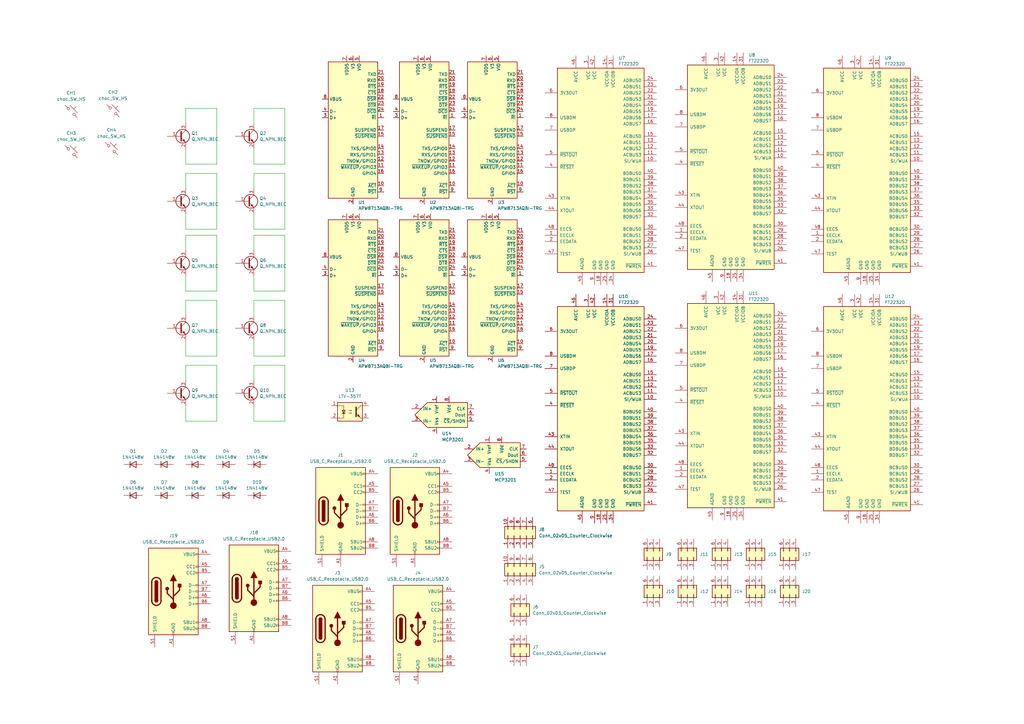
<source format=kicad_sch>
(kicad_sch (version 20230121) (generator eeschema)
  (paper "A3")
  (lib_symbols
    (symbol "Analog_ADC:MCP3201" (pin_names (offset 0.762))
      (property "Reference" "U" (at 3.81 8.89 0))
      (property "Value" "MCP3201" (at 3.81 6.35 0))
      (symbol "MCP3201_0_0"
        (polyline (pts (xy -11.43 0) (xy -6.35 5.08) (xy 10.16 5.08) (xy 10.16 -5.08) (xy -6.35 -5.08) (xy -11.43 0)) (stroke (width 0.254)) (fill (type background)))
      )
      (symbol "MCP3201_1_1"
        (pin power_in line (at -2.54 7.62 270) (length 2.54) (name "Vref") (number "1"))
        (pin input line (at -12.7 2.54 0) (length 3.81) (name "IN+") (number "2"))
        (pin input line (at -12.7 -2.54 0) (length 3.81) (name "IN-") (number "3"))
        (pin power_in line (at -2.54 -7.62 90) (length 2.54) (name "Vss") (number "4"))
        (pin input line (at 12.7 -2.54 180) (length 2.54) (name "~{CS}/SHDN") (number "5"))
        (pin output line (at 12.7 0 180) (length 2.54) (name "Dout") (number "6"))
        (pin input line (at 12.7 2.54 180) (length 2.54) (name "CLK") (number "7"))
        (pin power_in line (at 2.54 7.62 270) (length 2.54) (name "Vdd") (number "8"))
      )
    )
    (symbol "Connector:USB_C_Receptacle_USB2.0" (pin_names (offset 1.016))
      (property "Reference" "J" (at -10.16 19.05 0))
      (property "Value" "USB_C_Receptacle_USB2.0" (at 19.05 19.05 0))
      (symbol "USB_C_Receptacle_USB2.0_0_0"
        (rectangle (start -0.254 -17.78) (end 0.254 -16.764))
        (rectangle (start 10.16 -14.986) (end 9.144 -15.494))
        (rectangle (start 10.16 -12.446) (end 9.144 -12.954))
        (rectangle (start 10.16 -4.826) (end 9.144 -5.334))
        (rectangle (start 10.16 -2.286) (end 9.144 -2.794))
        (rectangle (start 10.16 0.254) (end 9.144 -0.254))
        (rectangle (start 10.16 2.794) (end 9.144 2.286))
        (rectangle (start 10.16 7.874) (end 9.144 7.366))
        (rectangle (start 10.16 10.414) (end 9.144 9.906))
        (rectangle (start 10.16 15.494) (end 9.144 14.986))
      )
      (symbol "USB_C_Receptacle_USB2.0_0_1"
        (rectangle (start -10.16 17.78) (end 10.16 -17.78) (stroke (width 0.254)) (fill (type background)))
        (arc (start -8.89 -3.81) (mid -6.985 -5.7067) (end -5.08 -3.81) (stroke (width 0.508)))
        (arc (start -7.62 -3.81) (mid -6.985 -4.4423) (end -6.35 -3.81) (stroke (width 0.254)))
        (arc (start -7.62 -3.81) (mid -6.985 -4.4423) (end -6.35 -3.81) (stroke (width 0.254)) (fill (type outline)))
        (rectangle (start -7.62 -3.81) (end -6.35 3.81) (stroke (width 0.254)) (fill (type outline)))
        (arc (start -6.35 3.81) (mid -6.985 4.4423) (end -7.62 3.81) (stroke (width 0.254)))
        (arc (start -6.35 3.81) (mid -6.985 4.4423) (end -7.62 3.81) (stroke (width 0.254)) (fill (type outline)))
        (arc (start -5.08 3.81) (mid -6.985 5.7067) (end -8.89 3.81) (stroke (width 0.508)))
        (circle (center -2.54 1.143) (radius 0.635) (stroke (width 0.254)) (fill (type outline)))
        (circle (center 0 -5.842) (radius 1.27) (fill (type outline)))
        (polyline (pts (xy -8.89 -3.81) (xy -8.89 3.81)) (stroke (width 0.508)))
        (polyline (pts (xy -5.08 3.81) (xy -5.08 -3.81)) (stroke (width 0.508)))
        (polyline (pts (xy 0 -5.842) (xy 0 4.318)) (stroke (width 0.508)))
        (polyline (pts (xy 0 -3.302) (xy -2.54 -0.762) (xy -2.54 0.508)) (stroke (width 0.508)))
        (polyline (pts (xy 0 -2.032) (xy 2.54 0.508) (xy 2.54 1.778)) (stroke (width 0.508)))
        (polyline (pts (xy -1.27 4.318) (xy 0 6.858) (xy 1.27 4.318) (xy -1.27 4.318)) (stroke (width 0.254)) (fill (type outline)))
        (rectangle (start 1.905 1.778) (end 3.175 3.048) (stroke (width 0.254)) (fill (type outline)))
      )
      (symbol "USB_C_Receptacle_USB2.0_1_1"
        (pin passive line (at 0 -22.86 90) (length 5.08) (name "GND") (number "A1"))
        (pin passive line (at 0 -22.86 90) (length 5.08) hide (name "GND") (number "A12"))
        (pin passive line (at 15.24 15.24 180) (length 5.08) (name "VBUS") (number "A4"))
        (pin bidirectional line (at 15.24 10.16 180) (length 5.08) (name "CC1") (number "A5"))
        (pin bidirectional line (at 15.24 -2.54 180) (length 5.08) (name "D+") (number "A6"))
        (pin bidirectional line (at 15.24 2.54 180) (length 5.08) (name "D-") (number "A7"))
        (pin bidirectional line (at 15.24 -12.7 180) (length 5.08) (name "SBU1") (number "A8"))
        (pin passive line (at 15.24 15.24 180) (length 5.08) hide (name "VBUS") (number "A9"))
        (pin passive line (at 0 -22.86 90) (length 5.08) hide (name "GND") (number "B1"))
        (pin passive line (at 0 -22.86 90) (length 5.08) hide (name "GND") (number "B12"))
        (pin passive line (at 15.24 15.24 180) (length 5.08) hide (name "VBUS") (number "B4"))
        (pin bidirectional line (at 15.24 7.62 180) (length 5.08) (name "CC2") (number "B5"))
        (pin bidirectional line (at 15.24 -5.08 180) (length 5.08) (name "D+") (number "B6"))
        (pin bidirectional line (at 15.24 0 180) (length 5.08) (name "D-") (number "B7"))
        (pin bidirectional line (at 15.24 -15.24 180) (length 5.08) (name "SBU2") (number "B8"))
        (pin passive line (at 15.24 15.24 180) (length 5.08) hide (name "VBUS") (number "B9"))
        (pin passive line (at -7.62 -22.86 90) (length 5.08) (name "SHIELD") (number "S1"))
      )
    )
    (symbol "Connector_Generic:Conn_02x03_Counter_Clockwise" (pin_names (offset 1.016) hide)
      (property "Reference" "J" (at 1.27 5.08 0))
      (property "Value" "Conn_02x03_Counter_Clockwise" (at 1.27 -5.08 0))
      (symbol "Conn_02x03_Counter_Clockwise_1_1"
        (rectangle (start -1.27 -2.413) (end 0 -2.667) (stroke (width 0.1524)))
        (rectangle (start -1.27 0.127) (end 0 -0.127) (stroke (width 0.1524)))
        (rectangle (start -1.27 2.667) (end 0 2.413) (stroke (width 0.1524)))
        (rectangle (start -1.27 3.81) (end 3.81 -3.81) (stroke (width 0.254)) (fill (type background)))
        (rectangle (start 3.81 -2.413) (end 2.54 -2.667) (stroke (width 0.1524)))
        (rectangle (start 3.81 0.127) (end 2.54 -0.127) (stroke (width 0.1524)))
        (rectangle (start 3.81 2.667) (end 2.54 2.413) (stroke (width 0.1524)))
        (pin passive line (at -5.08 2.54 0) (length 3.81) (name "Pin_1") (number "1"))
        (pin passive line (at -5.08 0 0) (length 3.81) (name "Pin_2") (number "2"))
        (pin passive line (at -5.08 -2.54 0) (length 3.81) (name "Pin_3") (number "3"))
        (pin passive line (at 7.62 -2.54 180) (length 3.81) (name "Pin_4") (number "4"))
        (pin passive line (at 7.62 0 180) (length 3.81) (name "Pin_5") (number "5"))
        (pin passive line (at 7.62 2.54 180) (length 3.81) (name "Pin_6") (number "6"))
      )
    )
    (symbol "Connector_Generic:Conn_02x05_Counter_Clockwise" (pin_names (offset 1.016) hide)
      (property "Reference" "J" (at 1.27 7.62 0))
      (property "Value" "Conn_02x05_Counter_Clockwise" (at 1.27 -7.62 0))
      (symbol "Conn_02x05_Counter_Clockwise_1_1"
        (rectangle (start -1.27 -4.953) (end 0 -5.207) (stroke (width 0.1524)))
        (rectangle (start -1.27 -2.413) (end 0 -2.667) (stroke (width 0.1524)))
        (rectangle (start -1.27 0.127) (end 0 -0.127) (stroke (width 0.1524)))
        (rectangle (start -1.27 2.667) (end 0 2.413) (stroke (width 0.1524)))
        (rectangle (start -1.27 5.207) (end 0 4.953) (stroke (width 0.1524)))
        (rectangle (start -1.27 6.35) (end 3.81 -6.35) (stroke (width 0.254)) (fill (type background)))
        (rectangle (start 3.81 -4.953) (end 2.54 -5.207) (stroke (width 0.1524)))
        (rectangle (start 3.81 -2.413) (end 2.54 -2.667) (stroke (width 0.1524)))
        (rectangle (start 3.81 0.127) (end 2.54 -0.127) (stroke (width 0.1524)))
        (rectangle (start 3.81 2.667) (end 2.54 2.413) (stroke (width 0.1524)))
        (rectangle (start 3.81 5.207) (end 2.54 4.953) (stroke (width 0.1524)))
        (pin passive line (at -5.08 5.08 0) (length 3.81) (name "Pin_1") (number "1"))
        (pin passive line (at 7.62 5.08 180) (length 3.81) (name "Pin_10") (number "10"))
        (pin passive line (at -5.08 2.54 0) (length 3.81) (name "Pin_2") (number "2"))
        (pin passive line (at -5.08 0 0) (length 3.81) (name "Pin_3") (number "3"))
        (pin passive line (at -5.08 -2.54 0) (length 3.81) (name "Pin_4") (number "4"))
        (pin passive line (at -5.08 -5.08 0) (length 3.81) (name "Pin_5") (number "5"))
        (pin passive line (at 7.62 -5.08 180) (length 3.81) (name "Pin_6") (number "6"))
        (pin passive line (at 7.62 -2.54 180) (length 3.81) (name "Pin_7") (number "7"))
        (pin passive line (at 7.62 0 180) (length 3.81) (name "Pin_8") (number "8"))
        (pin passive line (at 7.62 2.54 180) (length 3.81) (name "Pin_9") (number "9"))
      )
    )
    (symbol "Device:Q_NPN_BEC" (pin_names (offset 0) hide)
      (property "Reference" "Q" (at 5.08 1.27 0))
      (property "Value" "Q_NPN_BEC" (at 5.08 -1.27 0))
      (symbol "Q_NPN_BEC_0_1"
        (polyline (pts (xy 0.635 0.635) (xy 2.54 2.54)))
        (polyline (pts (xy 0.635 -0.635) (xy 2.54 -2.54) (xy 2.54 -2.54)))
        (polyline (pts (xy 0.635 1.905) (xy 0.635 -1.905) (xy 0.635 -1.905)) (stroke (width 0.508)))
        (polyline (pts (xy 1.27 -1.778) (xy 1.778 -1.27) (xy 2.286 -2.286) (xy 1.27 -1.778) (xy 1.27 -1.778)) (fill (type outline)))
        (circle (center 1.27 0) (radius 2.8194) (stroke (width 0.254)))
      )
      (symbol "Q_NPN_BEC_1_1"
        (pin input line (at -5.08 0 0) (length 5.715) (name "B") (number "1"))
        (pin passive line (at 2.54 -5.08 90) (length 2.54) (name "E") (number "2"))
        (pin passive line (at 2.54 5.08 270) (length 2.54) (name "C") (number "3"))
      )
    )
    (symbol "Diode:1N4148W" (pin_numbers hide) (pin_names hide)
      (property "Reference" "D" (at 0 2.54 0))
      (property "Value" "1N4148W" (at 0 -2.54 0))
      (symbol "1N4148W_0_1"
        (polyline (pts (xy -1.27 1.27) (xy -1.27 -1.27)) (stroke (width 0.254)))
        (polyline (pts (xy 1.27 0) (xy -1.27 0)))
        (polyline (pts (xy 1.27 1.27) (xy 1.27 -1.27) (xy -1.27 0) (xy 1.27 1.27)) (stroke (width 0.254)))
      )
      (symbol "1N4148W_1_1"
        (pin passive line (at -3.81 0 0) (length 2.54) (name "K") (number "1"))
        (pin passive line (at 3.81 0 180) (length 2.54) (name "A") (number "2"))
      )
    )
    (symbol "Interface_USB:CH9102F"
      (property "Reference" "U" (at -8.89 29.21 0))
      (property "Value" "CH9102F" (at 12.7 29.21 0))
      (symbol "CH9102F_1_1"
        (rectangle (start -10.16 27.94) (end 10.16 -27.94) (stroke (width 0.254)) (fill (type background)))
        (pin input line (at 12.7 5.08 180) (length 2.54) (name "~{RI}") (number "1"))
        (pin output line (at 12.7 -22.86 180) (length 2.54) (name "~{ACT}") (number "10"))
        (pin bidirectional line (at 12.7 -15.24 180) (length 2.54) (name "~{WAKEUP}/GPIO3") (number "11"))
        (pin bidirectional line (at 12.7 -12.7 180) (length 2.54) (name "TNOW/GPIO2") (number "12"))
        (pin bidirectional line (at 12.7 -10.16 180) (length 2.54) (name "RXS/GPIO1") (number "13"))
        (pin bidirectional line (at 12.7 -7.62 180) (length 2.54) (name "TXS/GPIO0") (number "14"))
        (pin output line (at 12.7 -2.54 180) (length 2.54) (name "~{SUSPEND}") (number "15"))
        (pin bidirectional line (at 12.7 -17.78 180) (length 2.54) (name "GPIO4") (number "16"))
        (pin output line (at 12.7 0 180) (length 2.54) (name "SUSPEND") (number "17"))
        (pin input line (at 12.7 15.24 180) (length 2.54) (name "~{CTS}") (number "18"))
        (pin output line (at 12.7 17.78 180) (length 2.54) (name "~{RTS}") (number "19"))
        (pin power_in line (at 0 -30.48 90) (length 2.54) (name "GND") (number "2"))
        (pin input line (at 12.7 20.32 180) (length 2.54) (name "RXD") (number "20"))
        (pin output line (at 12.7 22.86 180) (length 2.54) (name "TXD") (number "21"))
        (pin input line (at 12.7 12.7 180) (length 2.54) (name "~{DSR}") (number "22"))
        (pin output line (at 12.7 10.16 180) (length 2.54) (name "~{DTR}") (number "23"))
        (pin input line (at 12.7 7.62 180) (length 2.54) (name "~{DCD}") (number "24"))
        (pin passive line (at 0 -30.48 90) (length 2.54) hide (name "GND") (number "25"))
        (pin bidirectional line (at -12.7 5.08 0) (length 2.54) (name "D+") (number "3"))
        (pin bidirectional line (at -12.7 7.62 0) (length 2.54) (name "D-") (number "4"))
        (pin power_in line (at 2.54 30.48 270) (length 2.54) (name "VIO") (number "5"))
        (pin power_out line (at 0 30.48 270) (length 2.54) (name "V3") (number "6"))
        (pin power_in line (at -2.54 30.48 270) (length 2.54) (name "VDD5") (number "7"))
        (pin input line (at -12.7 12.7 0) (length 2.54) (name "VBUS") (number "8"))
        (pin input line (at 12.7 -25.4 180) (length 2.54) (name "~{RST}") (number "9"))
      )
    )
    (symbol "Interface_USB:FT2232D" (pin_names (offset 1.016))
      (property "Reference" "U" (at -16.51 44.45 0))
      (property "Value" "FT2232D" (at 13.97 44.45 0))
      (symbol "FT2232D_0_1"
        (rectangle (start -17.78 -40.64) (end 17.78 43.18) (stroke (width 0.254)) (fill (type background)))
      )
      (symbol "FT2232D_1_1"
        (pin output line (at -22.86 -25.4 0) (length 5.08) (name "EECLK") (number "1"))
        (pin bidirectional line (at 22.86 5.08 180) (length 5.08) (name "SI/WUA") (number "10"))
        (pin bidirectional line (at 22.86 7.62 180) (length 5.08) (name "ACBUS3") (number "11"))
        (pin bidirectional line (at 22.86 10.16 180) (length 5.08) (name "ACBUS2") (number "12"))
        (pin bidirectional line (at 22.86 12.7 180) (length 5.08) (name "ACBUS1") (number "13"))
        (pin power_in line (at 2.54 48.26 270) (length 5.08) (name "VCCIOA") (number "14"))
        (pin bidirectional line (at 22.86 15.24 180) (length 5.08) (name "ACBUS0") (number "15"))
        (pin bidirectional line (at 22.86 20.32 180) (length 5.08) (name "ADBUS7") (number "16"))
        (pin bidirectional line (at 22.86 22.86 180) (length 5.08) (name "ADBUS6") (number "17"))
        (pin power_in line (at 0 -45.72 90) (length 5.08) (name "GND") (number "18"))
        (pin bidirectional line (at 22.86 25.4 180) (length 5.08) (name "ADBUS5") (number "19"))
        (pin bidirectional line (at -22.86 -27.94 0) (length 5.08) (name "EEDATA") (number "2"))
        (pin bidirectional line (at 22.86 27.94 180) (length 5.08) (name "ADBUS4") (number "20"))
        (pin bidirectional line (at 22.86 30.48 180) (length 5.08) (name "ADBUS3") (number "21"))
        (pin bidirectional line (at 22.86 33.02 180) (length 5.08) (name "ADBUS2") (number "22"))
        (pin bidirectional line (at 22.86 35.56 180) (length 5.08) (name "ADBUS1") (number "23"))
        (pin bidirectional line (at 22.86 38.1 180) (length 5.08) (name "ADBUS0") (number "24"))
        (pin power_in line (at 2.54 -45.72 90) (length 5.08) (name "GND") (number "25"))
        (pin output line (at 22.86 -33.02 180) (length 5.08) (name "SI/WUB") (number "26"))
        (pin output line (at 22.86 -30.48 180) (length 5.08) (name "BCBUS3") (number "27"))
        (pin output line (at 22.86 -27.94 180) (length 5.08) (name "BCBUS2") (number "28"))
        (pin output line (at 22.86 -25.4 180) (length 5.08) (name "BCBUS1") (number "29"))
        (pin power_in line (at -5.08 48.26 270) (length 5.08) (name "VCC") (number "3"))
        (pin output line (at 22.86 -22.86 180) (length 5.08) (name "BCBUS0") (number "30"))
        (pin power_in line (at 5.08 48.26 270) (length 5.08) (name "VCCIOB") (number "31"))
        (pin output line (at 22.86 -17.78 180) (length 5.08) (name "BDBUS7") (number "32"))
        (pin output line (at 22.86 -15.24 180) (length 5.08) (name "BDBUS6") (number "33"))
        (pin power_in line (at 5.08 -45.72 90) (length 5.08) (name "GND") (number "34"))
        (pin output line (at 22.86 -12.7 180) (length 5.08) (name "BDBUS5") (number "35"))
        (pin output line (at 22.86 -10.16 180) (length 5.08) (name "BDBUS4") (number "36"))
        (pin output line (at 22.86 -7.62 180) (length 5.08) (name "BDBUS3") (number "37"))
        (pin output line (at 22.86 -5.08 180) (length 5.08) (name "BDBUS2") (number "38"))
        (pin output line (at 22.86 -2.54 180) (length 5.08) (name "BDBUS1") (number "39"))
        (pin input line (at -22.86 2.54 0) (length 5.08) (name "~{RESET}") (number "4"))
        (pin output line (at 22.86 0 180) (length 5.08) (name "BDBUS0") (number "40"))
        (pin output line (at 22.86 -38.1 180) (length 5.08) (name "~{PWREN}") (number "41"))
        (pin power_in line (at -2.54 48.26 270) (length 5.08) (name "VCC") (number "42"))
        (pin input line (at -22.86 -10.16 0) (length 5.08) (name "XTIN") (number "43"))
        (pin output line (at -22.86 -15.24 0) (length 5.08) (name "XTOUT") (number "44"))
        (pin power_in line (at -7.62 -45.72 90) (length 5.08) (name "AGND") (number "45"))
        (pin power_in line (at -10.16 48.26 270) (length 5.08) (name "AVCC") (number "46"))
        (pin input line (at -22.86 -33.02 0) (length 5.08) (name "TEST") (number "47"))
        (pin bidirectional line (at -22.86 -22.86 0) (length 5.08) (name "EECS") (number "48"))
        (pin output line (at -22.86 7.62 0) (length 5.08) (name "~{RSTOUT}") (number "5"))
        (pin power_out line (at -22.86 33.02 0) (length 5.08) (name "3V3OUT") (number "6"))
        (pin bidirectional line (at -22.86 17.78 0) (length 5.08) (name "USBDP") (number "7"))
        (pin bidirectional line (at -22.86 22.86 0) (length 5.08) (name "USBDM") (number "8"))
        (pin power_in line (at -2.54 -45.72 90) (length 5.08) (name "GND") (number "9"))
      )
    )
    (symbol "Isolator:LTV-357T" (pin_names (offset 1.016))
      (property "Reference" "U" (at -5.334 4.826 0))
      (property "Value" "LTV-357T" (at 0 5.08 0))
      (symbol "LTV-357T_0_1"
        (rectangle (start -5.08 3.81) (end 5.08 -3.81) (stroke (width 0.254)) (fill (type background)))
        (polyline (pts (xy -3.175 -0.635) (xy -1.905 -0.635)) (stroke (width 0.254)))
        (polyline (pts (xy 2.54 0.635) (xy 4.445 2.54)))
        (polyline (pts (xy 4.445 -2.54) (xy 2.54 -0.635)) (fill (type outline)))
        (polyline (pts (xy 4.445 -2.54) (xy 5.08 -2.54)))
        (polyline (pts (xy 4.445 2.54) (xy 5.08 2.54)))
        (polyline (pts (xy -5.08 2.54) (xy -2.54 2.54) (xy -2.54 -0.762)))
        (polyline (pts (xy -2.54 -0.635) (xy -2.54 -2.54) (xy -5.08 -2.54)))
        (polyline (pts (xy 2.54 1.905) (xy 2.54 -1.905) (xy 2.54 -1.905)) (stroke (width 0.508)))
        (polyline (pts (xy -2.54 -0.635) (xy -3.175 0.635) (xy -1.905 0.635) (xy -2.54 -0.635)) (stroke (width 0.254)))
        (polyline (pts (xy -0.508 -0.508) (xy 0.762 -0.508) (xy 0.381 -0.635) (xy 0.381 -0.381) (xy 0.762 -0.508)))
        (polyline (pts (xy -0.508 0.508) (xy 0.762 0.508) (xy 0.381 0.381) (xy 0.381 0.635) (xy 0.762 0.508)))
        (polyline (pts (xy 3.048 -1.651) (xy 3.556 -1.143) (xy 4.064 -2.159) (xy 3.048 -1.651) (xy 3.048 -1.651)) (fill (type outline)))
      )
      (symbol "LTV-357T_1_1"
        (pin passive line (at -7.62 2.54 0) (length 2.54) (name "~") (number "1"))
        (pin passive line (at -7.62 -2.54 0) (length 2.54) (name "~") (number "2"))
        (pin passive line (at 7.62 -2.54 180) (length 2.54) (name "~") (number "3"))
        (pin passive line (at 7.62 2.54 180) (length 2.54) (name "~") (number "4"))
      )
    )
    (symbol "lib:choc_SW_HS" (pin_numbers hide) (pin_names (offset 1.016) hide)
      (property "Reference" "CH" (at 3.048 1.016 0))
      (property "Value" "choc_SW_HS" (at 0 -3.81 0))
      (symbol "choc_SW_HS_0_1"
        (circle (center -1.1684 1.1684) (radius 0.508))
        (polyline (pts (xy -0.508 2.54) (xy 2.54 -0.508)))
        (polyline (pts (xy 1.016 1.016) (xy 2.032 2.032)))
        (polyline (pts (xy -2.54 2.54) (xy -1.524 1.524) (xy -1.524 1.524)))
        (polyline (pts (xy 1.524 -1.524) (xy 2.54 -2.54) (xy 2.54 -2.54) (xy 2.54 -2.54)))
        (circle (center 1.143 -1.1938) (radius 0.508))
        (pin passive line (at -2.54 2.54 0) (length 0) (name "1") (number "1"))
        (pin passive line (at 2.54 -2.54 180) (length 0) (name "2") (number "2"))
      )
    )
  )
  (wire (pts (xy 104.14 156.21) (xy 104.14 149.86)))
  (wire (pts (xy 88.9 71.12) (xy 88.9 93.98)))
  (wire (pts (xy 88.9 93.98) (xy 76.2 93.98)))
  (wire (pts (xy 76.2 71.12) (xy 88.9 71.12)))
  (wire (pts (xy 116.84 44.45) (xy 116.84 67.31)))
  (wire (pts (xy 116.84 71.12) (xy 116.84 93.98)))
  (wire (pts (xy 76.2 123.19) (xy 88.9 123.19)))
  (wire (pts (xy 88.9 146.05) (xy 76.2 146.05)))
  (wire (pts (xy 116.84 119.38) (xy 104.14 119.38)))
  (wire (pts (xy 116.84 123.19) (xy 116.84 146.05)))
  (wire (pts (xy 104.14 44.45) (xy 116.84 44.45)))
  (wire (pts (xy 76.2 50.8) (xy 76.2 44.45)))
  (wire (pts (xy 104.14 172.72) (xy 104.14 166.37)))
  (wire (pts (xy 104.14 102.87) (xy 104.14 96.52)))
  (wire (pts (xy 88.9 123.19) (xy 88.9 146.05)))
  (wire (pts (xy 88.9 172.72) (xy 76.2 172.72)))
  (wire (pts (xy 104.14 129.54) (xy 104.14 123.19)))
  (wire (pts (xy 116.84 67.31) (xy 104.14 67.31)))
  (wire (pts (xy 104.14 123.19) (xy 116.84 123.19)))
  (wire (pts (xy 76.2 44.45) (xy 88.9 44.45)))
  (wire (pts (xy 76.2 146.05) (xy 76.2 139.7)))
  (wire (pts (xy 104.14 96.52) (xy 116.84 96.52)))
  (wire (pts (xy 76.2 96.52) (xy 88.9 96.52)))
  (wire (pts (xy 116.84 149.86) (xy 116.84 172.72)))
  (wire (pts (xy 76.2 102.87) (xy 76.2 96.52)))
  (wire (pts (xy 104.14 119.38) (xy 104.14 113.03)))
  (wire (pts (xy 88.9 149.86) (xy 88.9 172.72)))
  (wire (pts (xy 116.84 172.72) (xy 104.14 172.72)))
  (wire (pts (xy 76.2 67.31) (xy 76.2 60.96)))
  (wire (pts (xy 104.14 146.05) (xy 104.14 139.7)))
  (wire (pts (xy 88.9 44.45) (xy 88.9 67.31)))
  (wire (pts (xy 76.2 156.21) (xy 76.2 149.86)))
  (wire (pts (xy 88.9 96.52) (xy 88.9 119.38)))
  (wire (pts (xy 88.9 67.31) (xy 76.2 67.31)))
  (wire (pts (xy 76.2 172.72) (xy 76.2 166.37)))
  (wire (pts (xy 76.2 93.98) (xy 76.2 87.63)))
  (wire (pts (xy 76.2 149.86) (xy 88.9 149.86)))
  (wire (pts (xy 104.14 77.47) (xy 104.14 71.12)))
  (wire (pts (xy 116.84 93.98) (xy 104.14 93.98)))
  (wire (pts (xy 104.14 67.31) (xy 104.14 60.96)))
  (wire (pts (xy 116.84 146.05) (xy 104.14 146.05)))
  (wire (pts (xy 76.2 119.38) (xy 76.2 113.03)))
  (wire (pts (xy 76.2 129.54) (xy 76.2 123.19)))
  (wire (pts (xy 88.9 119.38) (xy 76.2 119.38)))
  (wire (pts (xy 104.14 149.86) (xy 116.84 149.86)))
  (wire (pts (xy 104.14 71.12) (xy 116.84 71.12)))
  (wire (pts (xy 104.14 93.98) (xy 104.14 87.63)))
  (wire (pts (xy 76.2 77.47) (xy 76.2 71.12)))
  (wire (pts (xy 104.14 50.8) (xy 104.14 44.45)))
  (wire (pts (xy 116.84 96.52) (xy 116.84 119.38)))
  (symbol (lib_id "Diode:1N4148W") (at 92.71 190.5 0) (unit 1)
    (property "Reference" "D4" (at 92.71 185.0857 0))
    (property "Value" "1N4148W" (at 92.71 187.5099 0))
    (property "Footprint" "Diode_SMD:D_SOD-123" (effects hide))
    (property "Datasheet" "https://www.vishay.com/docs/85748/1n4148w.pdf" (effects hide))
    (property "Sim.Device" "D" (effects hide))
    (property "Sim.Pins" "1=K 2=A" (effects hide))
    (property "LCSC" "C81598" (effects hide))
  )
  (symbol (lib_id "Connector_Generic:Conn_02x03_Counter_Clockwise") (at 267.97 243.84 90) (unit 1)
    (property "Reference" "J10" (at 273.05 242.57 90) (effects (justify right)))
    (property "Value" "Conn_02x03_Counter_Clockwise" (effects hide))
    (property "Footprint" "Connector_PinHeader_1.27mm:PinHeader_2x03_P1.27mm_Vertical" (effects hide))
    (property "LCSC" "C2935951" (effects hide))
  )
  (symbol (lib_id "Interface_USB:CH9102F") (at 144.78 118.11 0) (unit 1)
    (property "Reference" "U4" (at 146.9741 147.7701 0) (effects (justify left)))
    (property "Value" "APW8713AQBI-TRG" (at 146.9741 150.1943 0) (effects (justify left)))
    (property "Footprint" "Package_DFN_QFN:QFN-24-1EP_4x4mm_P0.5mm_EP2.6x2.6mm" (effects hide))
    (property "LCSC" "C122485" (effects hide))
  )
  (symbol (lib_id "lib:choc_SW_HS") (at 29.21 45.72 0) (unit 1)
    (property "Reference" "CH1" (at 29.21 38.1 0))
    (property "Value" "choc_SW_HS" (at 29.21 40.64 0))
    (property "Footprint" "lib:SW_choc_v1_HS_1u" (effects hide))
    (property "LCSC" "C5333465" (effects hide))
  )
  (symbol (lib_id "Device:Q_NPN_BEC") (at 73.66 82.55 0) (unit 1)
    (property "Reference" "Q3" (at 78.5114 81.3379 0) (effects (justify left)))
    (property "Value" "Q_NPN_BEC" (at 78.5114 83.7621 0) (effects (justify left)))
    (property "Footprint" "Package_TO_SOT_SMD:SOT-23-3" (effects hide))
    (property "LCSC" "C8667" (effects hide))
  )
  (symbol (lib_id "Diode:1N4148W") (at 80.01 203.2 0) (unit 1)
    (property "Reference" "D8" (at 80.01 197.7857 0))
    (property "Value" "1N4148W" (at 80.01 200.2099 0))
    (property "Footprint" "Diode_SMD:D_SOD-123" (effects hide))
    (property "Datasheet" "https://www.vishay.com/docs/85748/1n4148w.pdf" (effects hide))
    (property "Sim.Device" "D" (effects hide))
    (property "Sim.Pins" "1=K 2=A" (effects hide))
    (property "LCSC" "C81598" (effects hide))
  )
  (symbol (lib_id "Diode:1N4148W") (at 92.71 203.2 0) (unit 1)
    (property "Reference" "D9" (at 92.71 197.7857 0))
    (property "Value" "1N4148W" (at 92.71 200.2099 0))
    (property "Footprint" "Diode_SMD:D_SOD-123" (effects hide))
    (property "Datasheet" "https://www.vishay.com/docs/85748/1n4148w.pdf" (effects hide))
    (property "Sim.Device" "D" (effects hide))
    (property "Sim.Pins" "1=K 2=A" (effects hide))
    (property "LCSC" "C81598" (effects hide))
  )
  (symbol (lib_id "Interface_USB:CH9102F") (at 173.99 53.34 0) (unit 1)
    (property "Reference" "U2" (at 176.1841 83.0001 0) (effects (justify left)))
    (property "Value" "APW8713AQBI-TRG" (at 176.1841 85.4243 0) (effects (justify left)))
    (property "Footprint" "Package_DFN_QFN:QFN-24-1EP_4x4mm_P0.5mm_EP2.6x2.6mm" (effects hide))
    (property "LCSC" "C122485" (effects hide))
  )
  (symbol (lib_id "Interface_USB:CH9102F") (at 144.78 53.34 0) (unit 1)
    (property "Reference" "U1" (at 146.9741 83.0001 0) (effects (justify left)))
    (property "Value" "APW8713AQBI-TRG" (at 146.9741 85.4243 0) (effects (justify left)))
    (property "Footprint" "Package_DFN_QFN:QFN-24-1EP_4x4mm_P0.5mm_EP2.6x2.6mm" (effects hide))
    (property "LCSC" "C122485" (effects hide))
  )
  (symbol (lib_id "Interface_USB:FT2232D") (at 299.72 69.85 0) (unit 1)
    (property "Reference" "U8" (at 306.9941 22.5257 0) (effects (justify left)))
    (property "Value" "FT2232D" (at 306.9941 24.9499 0) (effects (justify left)))
    (property "Footprint" "Package_QFP:LQFP-48_7x7mm_P0.5mm" (effects hide))
    (property "Datasheet" "http://www.ftdichip.com/Support/Documents/DataSheets/ICs/DS_FT2232D.pdf" (effects hide))
    (property "LCSC" "C428116" (effects hide))
  )
  (symbol (lib_id "Connector:USB_C_Receptacle_USB2.0") (at 170.18 209.55 0) (unit 1)
    (property "Reference" "J2" (at 170.18 186.69 0))
    (property "Value" "USB_C_Receptacle_USB2.0" (at 170.18 189.23 0))
    (property "Footprint" "Connector_USB:USB_C_Receptacle_XKB_U262-16XN-4BVC11" (effects hide))
    (property "Datasheet" "https://www.usb.org/sites/default/files/documents/usb_type-c.zip" (effects hide))
    (property "LCSC" "C319148" (effects hide))
  )
  (symbol (lib_id "Connector:USB_C_Receptacle_USB2.0") (at 139.7 209.55 0) (unit 1)
    (property "Reference" "J1" (at 139.7 186.69 0))
    (property "Value" "USB_C_Receptacle_USB2.0" (at 139.7 189.23 0))
    (property "Footprint" "Connector_USB:USB_C_Receptacle_XKB_U262-16XN-4BVC11" (effects hide))
    (property "Datasheet" "https://www.usb.org/sites/default/files/documents/usb_type-c.zip" (effects hide))
    (property "LCSC" "C319148" (effects hide))
  )
  (symbol (lib_id "Diode:1N4148W") (at 67.31 190.5 0) (unit 1)
    (property "Reference" "D2" (at 67.31 185.0857 0))
    (property "Value" "1N4148W" (at 67.31 187.5099 0))
    (property "Footprint" "Diode_SMD:D_SOD-123" (effects hide))
    (property "Datasheet" "https://www.vishay.com/docs/85748/1n4148w.pdf" (effects hide))
    (property "Sim.Device" "D" (effects hide))
    (property "Sim.Pins" "1=K 2=A" (effects hide))
    (property "LCSC" "C81598" (effects hide))
  )
  (symbol (lib_id "Connector_Generic:Conn_02x03_Counter_Clockwise") (at 295.91 228.6 90) (unit 1)
    (property "Reference" "J13" (at 300.99 227.33 90) (effects (justify right)))
    (property "Value" "Conn_02x03_Counter_Clockwise" (effects hide))
    (property "Footprint" "Connector_PinHeader_1.27mm:PinHeader_2x03_P1.27mm_Vertical" (effects hide))
    (property "LCSC" "C2935951" (effects hide))
  )
  (symbol (lib_id "Interface_USB:FT2232D") (at 355.6 71.12 0) (unit 1)
    (property "Reference" "U9" (at 362.8741 23.7957 0) (effects (justify left)))
    (property "Value" "FT2232D" (at 362.8741 26.2199 0) (effects (justify left)))
    (property "Footprint" "Package_QFP:LQFP-48_7x7mm_P0.5mm" (effects hide))
    (property "Datasheet" "http://www.ftdichip.com/Support/Documents/DataSheets/ICs/DS_FT2232D.pdf" (effects hide))
    (property "LCSC" "C428116" (effects hide))
  )
  (symbol (lib_id "Device:Q_NPN_BEC") (at 101.6 161.29 0) (unit 1)
    (property "Reference" "Q10" (at 106.4514 160.0779 0) (effects (justify left)))
    (property "Value" "Q_NPN_BEC" (at 106.4514 162.5021 0) (effects (justify left)))
    (property "Footprint" "Package_TO_SOT_SMD:SOT-23-3" (effects hide))
    (property "LCSC" "C8667" (effects hide))
  )
  (symbol (lib_id "Connector_Generic:Conn_02x03_Counter_Clockwise") (at 213.36 267.97 90) (unit 1)
    (property "Reference" "J7" (at 218.44 265.43 90) (effects (justify right)))
    (property "Value" "Conn_02x03_Counter_Clockwise" (at 218.44 267.97 90) (effects (justify right)))
    (property "Footprint" "Connector_PinHeader_1.27mm:PinHeader_2x03_P1.27mm_Vertical" (effects hide))
    (property "LCSC" "C2935951" (effects hide))
  )
  (symbol (lib_id "Connector_Generic:Conn_02x03_Counter_Clockwise") (at 281.94 243.84 90) (unit 1)
    (property "Reference" "J12" (at 287.02 242.57 90) (effects (justify right)))
    (property "Value" "Conn_02x03_Counter_Clockwise" (effects hide))
    (property "Footprint" "Connector_PinHeader_1.27mm:PinHeader_2x03_P1.27mm_Vertical" (effects hide))
    (property "LCSC" "C2935951" (effects hide))
  )
  (symbol (lib_id "Connector_Generic:Conn_02x05_Counter_Clockwise") (at 213.36 234.95 90) (unit 1)
    (property "Reference" "J5" (at 220.98 232.41 90) (effects (justify right)))
    (property "Value" "Conn_02x05_Counter_Clockwise" (at 220.98 234.95 90) (effects (justify right)))
    (property "Footprint" "Connector_PinHeader_1.27mm:PinHeader_2x05_P1.27mm_Vertical" (effects hide))
    (property "LCSC" "C2935953" (effects hide))
  )
  (symbol (lib_id "Connector_Generic:Conn_02x03_Counter_Clockwise") (at 323.85 243.84 90) (unit 1)
    (property "Reference" "J20" (at 328.93 242.57 90) (effects (justify right)))
    (property "Value" "Conn_02x03_Counter_Clockwise" (effects hide))
    (property "Footprint" "Connector_PinHeader_1.27mm:PinHeader_2x03_P1.27mm_Vertical" (effects hide))
    (property "LCSC" "C2935951" (effects hide))
  )
  (symbol (lib_id "Analog_ADC:MCP3201") (at 181.61 170.18 0) (unit 1)
    (property "Reference" "U14" (at 181.2641 177.8 0) (effects (justify left)))
    (property "Value" "MCP3201" (at 181.2641 180.34 0) (effects (justify left)))
    (property "Footprint" "Package_SO:SOP-8_3.9x4.9mm_P1.27mm" (effects hide))
    (property "Datasheet" "http://ww1.microchip.com/downloads/en/DeviceDoc/21290D.pdf" (effects hide))
    (property "LCSC" "C49274" (effects hide))
  )
  (symbol (lib_id "Connector:USB_C_Receptacle_USB2.0") (at 138.43 257.81 0) (unit 1)
    (property "Reference" "J3" (at 138.43 234.95 0))
    (property "Value" "USB_C_Receptacle_USB2.0" (at 138.43 237.49 0))
    (property "Footprint" "Connector_USB:USB_C_Receptacle_XKB_U262-16XN-4BVC11" (effects hide))
    (property "Datasheet" "https://www.usb.org/sites/default/files/documents/usb_type-c.zip" (effects hide))
    (property "LCSC" "C319148" (effects hide))
  )
  (symbol (lib_id "Device:Q_NPN_BEC") (at 73.66 107.95 0) (unit 1)
    (property "Reference" "Q5" (at 78.5114 106.7379 0) (effects (justify left)))
    (property "Value" "Q_NPN_BEC" (at 78.5114 109.1621 0) (effects (justify left)))
    (property "Footprint" "Package_TO_SOT_SMD:SOT-23-3" (effects hide))
    (property "LCSC" "C8667" (effects hide))
  )
  (symbol (lib_id "Interface_USB:FT2232D") (at 246.38 168.91 0) (unit 1)
    (property "Reference" "U10" (at 253.6541 121.5857 0) (effects (justify left)))
    (property "Value" "FT2232D" (at 253.6541 124.0099 0) (effects (justify left)))
    (property "Footprint" "Package_QFP:LQFP-48_7x7mm_P0.5mm" (effects hide))
    (property "Datasheet" "http://www.ftdichip.com/Support/Documents/DataSheets/ICs/DS_FT2232D.pdf" (effects hide))
    (property "LCSC" "C428116" (effects hide))
  )
  (symbol (lib_id "Device:Q_NPN_BEC") (at 101.6 55.88 0) (unit 1)
    (property "Reference" "Q2" (at 106.4514 54.6679 0) (effects (justify left)))
    (property "Value" "Q_NPN_BEC" (at 106.4514 57.0921 0) (effects (justify left)))
    (property "Footprint" "Package_TO_SOT_SMD:SOT-23-3" (effects hide))
    (property "LCSC" "C8667" (effects hide))
  )
  (symbol (lib_id "Device:Q_NPN_BEC") (at 101.6 107.95 0) (unit 1)
    (property "Reference" "Q6" (at 106.4514 106.7379 0) (effects (justify left)))
    (property "Value" "Q_NPN_BEC" (at 106.4514 109.1621 0) (effects (justify left)))
    (property "Footprint" "Package_TO_SOT_SMD:SOT-23-3" (effects hide))
    (property "LCSC" "C8667" (effects hide))
  )
  (symbol (lib_id "Interface_USB:FT2232D") (at 355.6 168.91 0) (unit 1)
    (property "Reference" "U12" (at 362.8741 121.5857 0) (effects (justify left)))
    (property "Value" "FT2232D" (at 362.8741 124.0099 0) (effects (justify left)))
    (property "Footprint" "Package_QFP:LQFP-48_7x7mm_P0.5mm" (effects hide))
    (property "Datasheet" "http://www.ftdichip.com/Support/Documents/DataSheets/ICs/DS_FT2232D.pdf" (effects hide))
    (property "LCSC" "C428116" (effects hide))
  )
  (symbol (lib_id "Device:Q_NPN_BEC") (at 73.66 161.29 0) (unit 1)
    (property "Reference" "Q9" (at 78.5114 160.0779 0) (effects (justify left)))
    (property "Value" "Q_NPN_BEC" (at 78.5114 162.5021 0) (effects (justify left)))
    (property "Footprint" "Package_TO_SOT_SMD:SOT-23-3" (effects hide))
    (property "LCSC" "C8667" (effects hide))
  )
  (symbol (lib_id "lib:choc_SW_HS") (at 46.3599 45.433 0) (unit 1)
    (property "Reference" "CH2" (at 46.3599 37.813 0))
    (property "Value" "choc_SW_HS" (at 46.3599 40.353 0))
    (property "Footprint" "lib:SW_choc_v1_HS_1u" (effects hide))
    (property "LCSC" "C5333465" (effects hide))
  )
  (symbol (lib_id "Interface_USB:CH9102F") (at 173.99 118.11 0) (unit 1)
    (property "Reference" "U5" (at 176.1841 147.7701 0) (effects (justify left)))
    (property "Value" "APW8713AQBI-TRG" (at 176.1841 150.1943 0) (effects (justify left)))
    (property "Footprint" "Package_DFN_QFN:QFN-24-1EP_4x4mm_P0.5mm_EP2.6x2.6mm" (effects hide))
    (property "LCSC" "C122485" (effects hide))
  )
  (symbol (lib_id "Device:Q_NPN_BEC") (at 101.6 134.62 0) (unit 1)
    (property "Reference" "Q8" (at 106.4514 133.4079 0) (effects (justify left)))
    (property "Value" "Q_NPN_BEC" (at 106.4514 135.8321 0) (effects (justify left)))
    (property "Footprint" "Package_TO_SOT_SMD:SOT-23-3" (effects hide))
    (property "LCSC" "C8667" (effects hide))
  )
  (symbol (lib_id "Isolator:LTV-357T") (at 143.51 168.91 0) (unit 1)
    (property "Reference" "U13" (at 143.51 160.02 0))
    (property "Value" "LTV-357T" (at 143.51 162.56 0))
    (property "Footprint" "Package_SO:SOP-4_3.8x4.1mm_P2.54mm" (effects hide))
    (property "Datasheet" "https://www.buerklin.com/medias/sys_master/download/download/h91/ha0/8892020588574.pdf" (effects hide))
    (property "LCSC" "C33068" (effects hide))
  )
  (symbol (lib_id "Diode:1N4148W") (at 54.61 190.5 0) (unit 1)
    (property "Reference" "D1" (at 54.61 185.0857 0))
    (property "Value" "1N4148W" (at 54.61 187.5099 0))
    (property "Footprint" "Diode_SMD:D_SOD-123" (effects hide))
    (property "Datasheet" "https://www.vishay.com/docs/85748/1n4148w.pdf" (effects hide))
    (property "Sim.Device" "D" (effects hide))
    (property "Sim.Pins" "1=K 2=A" (effects hide))
    (property "LCSC" "C81598" (effects hide))
  )
  (symbol (lib_id "Connector_Generic:Conn_02x03_Counter_Clockwise") (at 281.94 228.6 90) (unit 1)
    (property "Reference" "J11" (at 287.02 227.33 90) (effects (justify right)))
    (property "Value" "Conn_02x03_Counter_Clockwise" (effects hide))
    (property "Footprint" "Connector_PinHeader_1.27mm:PinHeader_2x03_P1.27mm_Vertical" (effects hide))
    (property "LCSC" "C2935951" (effects hide))
  )
  (symbol (lib_id "Interface_USB:FT2232D") (at 299.72 167.64 0) (unit 1)
    (property "Reference" "U11" (at 306.9941 120.3157 0) (effects (justify left)))
    (property "Value" "FT2232D" (at 306.9941 122.7399 0) (effects (justify left)))
    (property "Footprint" "Package_QFP:LQFP-48_7x7mm_P0.5mm" (effects hide))
    (property "Datasheet" "http://www.ftdichip.com/Support/Documents/DataSheets/ICs/DS_FT2232D.pdf" (effects hide))
    (property "LCSC" "C428116" (effects hide))
  )
  (symbol (lib_id "Connector:USB_C_Receptacle_USB2.0") (at 71.12 242.57 0) (unit 1)
    (property "Reference" "J19" (at 71.12 219.71 0))
    (property "Value" "USB_C_Receptacle_USB2.0" (at 71.12 222.25 0))
    (property "Footprint" "Connector_USB:USB_C_Receptacle_XKB_U262-16XN-4BVC11" (effects hide))
    (property "Datasheet" "https://www.usb.org/sites/default/files/documents/usb_type-c.zip" (effects hide))
    (property "LCSC" "C319148" (effects hide))
  )
  (symbol (lib_id "lib:choc_SW_HS") (at 45.72 60.96 0) (unit 1)
    (property "Reference" "CH4" (at 45.72 53.34 0))
    (property "Value" "choc_SW_HS" (at 45.72 55.88 0))
    (property "Footprint" "lib:SW_choc_v1_HS_1u" (effects hide))
    (property "LCSC" "C5333465" (effects hide))
  )
  (symbol (lib_id "Interface_USB:CH9102F") (at 201.93 53.34 0) (unit 1)
    (property "Reference" "U3" (at 204.1241 83.0001 0) (effects (justify left)))
    (property "Value" "APW8713AQBI-TRG" (at 204.1241 85.4243 0) (effects (justify left)))
    (property "Footprint" "Package_DFN_QFN:QFN-24-1EP_4x4mm_P0.5mm_EP2.6x2.6mm" (effects hide))
    (property "LCSC" "C122485" (effects hide))
  )
  (symbol (lib_id "Connector_Generic:Conn_02x03_Counter_Clockwise") (at 267.97 228.6 90) (unit 1)
    (property "Reference" "J9" (at 273.05 227.33 90) (effects (justify right)))
    (property "Value" "Conn_02x03_Counter_Clockwise" (effects hide))
    (property "Footprint" "Connector_PinHeader_1.27mm:PinHeader_2x03_P1.27mm_Vertical" (effects hide))
    (property "LCSC" "C2935951" (effects hide))
  )
  (symbol (lib_id "Connector_Generic:Conn_02x05_Counter_Clockwise") (at 213.36 219.71 90) (unit 1)
    (property "Reference" "J8" (at 220.98 217.17 90) (effects (justify right)))
    (property "Value" "Conn_02x05_Counter_Clockwise" (at 220.98 219.71 90) (effects (justify right)))
    (property "Footprint" "Connector_PinHeader_1.27mm:PinHeader_2x05_P1.27mm_Vertical" (effects hide))
    (property "LCSC" "C2935953" (effects hide))
  )
  (symbol (lib_id "Connector_Generic:Conn_02x03_Counter_Clockwise") (at 213.36 251.46 90) (unit 1)
    (property "Reference" "J6" (at 218.44 248.92 90) (effects (justify right)))
    (property "Value" "Conn_02x03_Counter_Clockwise" (at 218.44 251.46 90) (effects (justify right)))
    (property "Footprint" "Connector_PinHeader_1.27mm:PinHeader_2x03_P1.27mm_Vertical" (effects hide))
    (property "LCSC" "C2935951" (effects hide))
  )
  (symbol (lib_id "Connector_Generic:Conn_02x03_Counter_Clockwise") (at 295.91 243.84 90) (unit 1)
    (property "Reference" "J14" (at 300.99 242.57 90) (effects (justify right)))
    (property "Value" "Conn_02x03_Counter_Clockwise" (effects hide))
    (property "Footprint" "Connector_PinHeader_1.27mm:PinHeader_2x03_P1.27mm_Vertical" (effects hide))
    (property "LCSC" "C2935951" (effects hide))
  )
  (symbol (lib_id "Device:Q_NPN_BEC") (at 101.6 82.55 0) (unit 1)
    (property "Reference" "Q4" (at 106.4514 81.3379 0) (effects (justify left)))
    (property "Value" "Q_NPN_BEC" (at 106.4514 83.7621 0) (effects (justify left)))
    (property "Footprint" "Package_TO_SOT_SMD:SOT-23-3" (effects hide))
    (property "LCSC" "C8667" (effects hide))
  )
  (symbol (lib_id "Diode:1N4148W") (at 80.01 190.5 0) (unit 1)
    (property "Reference" "D3" (at 80.01 185.0857 0))
    (property "Value" "1N4148W" (at 80.01 187.5099 0))
    (property "Footprint" "Diode_SMD:D_SOD-123" (effects hide))
    (property "Datasheet" "https://www.vishay.com/docs/85748/1n4148w.pdf" (effects hide))
    (property "Sim.Device" "D" (effects hide))
    (property "Sim.Pins" "1=K 2=A" (effects hide))
    (property "LCSC" "C81598" (effects hide))
  )
  (symbol (lib_id "Diode:1N4148W") (at 67.31 203.2 0) (unit 1)
    (property "Reference" "D7" (at 67.31 197.7857 0))
    (property "Value" "1N4148W" (at 67.31 200.2099 0))
    (property "Footprint" "Diode_SMD:D_SOD-123" (effects hide))
    (property "Datasheet" "https://www.vishay.com/docs/85748/1n4148w.pdf" (effects hide))
    (property "Sim.Device" "D" (effects hide))
    (property "Sim.Pins" "1=K 2=A" (effects hide))
    (property "LCSC" "C81598" (effects hide))
  )
  (symbol (lib_id "Connector_Generic:Conn_02x03_Counter_Clockwise") (at 309.88 228.6 90) (unit 1)
    (property "Reference" "J15" (at 314.96 227.33 90) (effects (justify right)))
    (property "Value" "Conn_02x03_Counter_Clockwise" (effects hide))
    (property "Footprint" "Connector_PinHeader_1.27mm:PinHeader_2x03_P1.27mm_Vertical" (effects hide))
    (property "LCSC" "C2935951" (effects hide))
  )
  (symbol (lib_id "Interface_USB:CH9102F") (at 201.93 118.11 0) (unit 1)
    (property "Reference" "U6" (at 204.1241 147.7701 0) (effects (justify left)))
    (property "Value" "APW8713AQBI-TRG" (at 204.1241 150.1943 0) (effects (justify left)))
    (property "Footprint" "Package_DFN_QFN:QFN-24-1EP_4x4mm_P0.5mm_EP2.6x2.6mm" (effects hide))
    (property "LCSC" "C122485" (effects hide))
  )
  (symbol (lib_id "lib:choc_SW_HS") (at 29.21 62.23 0) (unit 1)
    (property "Reference" "CH3" (at 29.21 54.61 0))
    (property "Value" "choc_SW_HS" (at 29.21 57.15 0))
    (property "Footprint" "lib:SW_choc_v1_HS_1u" (effects hide))
    (property "LCSC" "C5333465" (effects hide))
  )
  (symbol (lib_id "Device:Q_NPN_BEC") (at 73.66 134.62 0) (unit 1)
    (property "Reference" "Q7" (at 78.5114 133.4079 0) (effects (justify left)))
    (property "Value" "Q_NPN_BEC" (at 78.5114 135.8321 0) (effects (justify left)))
    (property "Footprint" "Package_TO_SOT_SMD:SOT-23-3" (effects hide))
    (property "LCSC" "C8667" (effects hide))
  )
  (symbol (lib_id "Diode:1N4148W") (at 54.61 203.2 0) (unit 1)
    (property "Reference" "D6" (at 54.61 197.7857 0))
    (property "Value" "1N4148W" (at 54.61 200.2099 0))
    (property "Footprint" "Diode_SMD:D_SOD-123" (effects hide))
    (property "Datasheet" "https://www.vishay.com/docs/85748/1n4148w.pdf" (effects hide))
    (property "Sim.Device" "D" (effects hide))
    (property "Sim.Pins" "1=K 2=A" (effects hide))
    (property "LCSC" "C81598" (effects hide))
  )
  (symbol (lib_id "Interface_USB:FT2232D") (at 246.38 71.12 0) (unit 1)
    (property "Reference" "U7" (at 253.6541 23.7957 0) (effects (justify left)))
    (property "Value" "FT2232D" (at 253.6541 26.2199 0) (effects (justify left)))
    (property "Footprint" "Package_QFP:LQFP-48_7x7mm_P0.5mm" (effects hide))
    (property "Datasheet" "http://www.ftdichip.com/Support/Documents/DataSheets/ICs/DS_FT2232D.pdf" (effects hide))
    (property "LCSC" "C428116" (effects hide))
  )
  (symbol (lib_id "Device:Q_NPN_BEC") (at 73.66 55.88 0) (unit 1)
    (property "Reference" "Q1" (at 78.5114 54.6679 0) (effects (justify left)))
    (property "Value" "Q_NPN_BEC" (at 78.5114 57.0921 0) (effects (justify left)))
    (property "Footprint" "Package_TO_SOT_SMD:SOT-23-3" (effects hide))
    (property "LCSC" "C8667" (effects hide))
  )
  (symbol (lib_id "Diode:1N4148W") (at 105.41 190.5 0) (unit 1)
    (property "Reference" "D5" (at 105.41 185.0857 0))
    (property "Value" "1N4148W" (at 105.41 187.5099 0))
    (property "Footprint" "Diode_SMD:D_SOD-123" (effects hide))
    (property "Datasheet" "https://www.vishay.com/docs/85748/1n4148w.pdf" (effects hide))
    (property "Sim.Device" "D" (effects hide))
    (property "Sim.Pins" "1=K 2=A" (effects hide))
    (property "LCSC" "C81598" (effects hide))
  )
  (symbol (lib_id "Connector_Generic:Conn_02x03_Counter_Clockwise") (at 309.88 243.84 90) (unit 1)
    (property "Reference" "J16" (at 314.96 242.57 90) (effects (justify right)))
    (property "Value" "Conn_02x03_Counter_Clockwise" (effects hide))
    (property "Footprint" "Connector_PinHeader_1.27mm:PinHeader_2x03_P1.27mm_Vertical" (effects hide))
    (property "LCSC" "C2935951" (effects hide))
  )
  (symbol (lib_id "Connector:USB_C_Receptacle_USB2.0") (at 171.45 257.81 0) (unit 1)
    (property "Reference" "J4" (at 171.45 234.95 0))
    (property "Value" "USB_C_Receptacle_USB2.0" (at 171.45 237.49 0))
    (property "Footprint" "Connector_USB:USB_C_Receptacle_XKB_U262-16XN-4BVC11" (effects hide))
    (property "Datasheet" "https://www.usb.org/sites/default/files/documents/usb_type-c.zip" (effects hide))
    (property "LCSC" "C319148" (effects hide))
  )
  (symbol (lib_id "Connector_Generic:Conn_02x03_Counter_Clockwise") (at 323.85 228.6 90) (unit 1)
    (property "Reference" "J17" (at 328.93 227.33 90) (effects (justify right)))
    (property "Value" "Conn_02x03_Counter_Clockwise" (effects hide))
    (property "Footprint" "Connector_PinHeader_1.27mm:PinHeader_2x03_P1.27mm_Vertical" (effects hide))
    (property "LCSC" "C2935951" (effects hide))
  )
  (symbol (lib_id "Diode:1N4148W") (at 105.41 203.2 0) (unit 1)
    (property "Reference" "D10" (at 105.41 197.7857 0))
    (property "Value" "1N4148W" (at 105.41 200.2099 0))
    (property "Footprint" "Diode_SMD:D_SOD-123" (effects hide))
    (property "Datasheet" "https://www.vishay.com/docs/85748/1n4148w.pdf" (effects hide))
    (property "Sim.Device" "D" (effects hide))
    (property "Sim.Pins" "1=K 2=A" (effects hide))
    (property "LCSC" "C81598" (effects hide))
  )
  (symbol (lib_id "Analog_ADC:MCP3201") (at 203.2 186.69 0) (unit 1)
    (property "Reference" "U15" (at 202.8541 194.31 0) (effects (justify left)))
    (property "Value" "MCP3201" (at 202.8541 196.85 0) (effects (justify left)))
    (property "Footprint" "Package_SO:SOP-8_3.9x4.9mm_P1.27mm" (effects hide))
    (property "Datasheet" "http://ww1.microchip.com/downloads/en/DeviceDoc/21290D.pdf" (effects hide))
    (property "LCSC" "C49274" (effects hide))
  )
  (symbol (lib_id "Connector:USB_C_Receptacle_USB2.0") (at 104.14 241.3 0) (unit 1)
    (property "Reference" "J18" (at 104.14 218.44 0))
    (property "Value" "USB_C_Receptacle_USB2.0" (at 104.14 220.98 0))
    (property "Footprint" "Connector_USB:USB_C_Receptacle_XKB_U262-16XN-4BVC11" (effects hide))
    (property "Datasheet" "https://www.usb.org/sites/default/files/documents/usb_type-c.zip" (effects hide))
    (property "LCSC" "C319148" (effects hide))
  )
)
</source>
